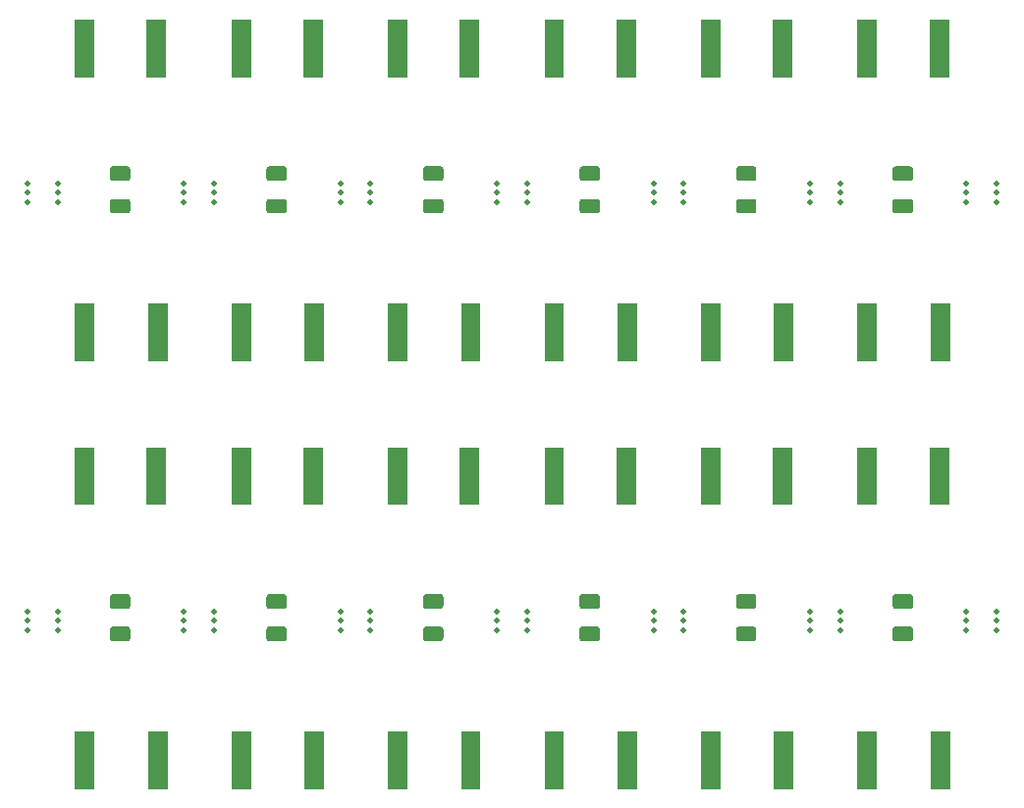
<source format=gbr>
G04 #@! TF.GenerationSoftware,KiCad,Pcbnew,(5.1.5)-3*
G04 #@! TF.CreationDate,2020-08-22T08:16:36+03:00*
G04 #@! TF.ProjectId,C5W LED series,43355720-4c45-4442-9073-65726965732e,rev?*
G04 #@! TF.SameCoordinates,Original*
G04 #@! TF.FileFunction,Soldermask,Bot*
G04 #@! TF.FilePolarity,Negative*
%FSLAX46Y46*%
G04 Gerber Fmt 4.6, Leading zero omitted, Abs format (unit mm)*
G04 Created by KiCad (PCBNEW (5.1.5)-3) date 2020-08-22 08:16:36*
%MOMM*%
%LPD*%
G04 APERTURE LIST*
%ADD10C,0.100000*%
%ADD11C,0.500000*%
G04 APERTURE END LIST*
D10*
G36*
X167200000Y-124650000D02*
G01*
X165600000Y-124650000D01*
X165600000Y-119750000D01*
X167200000Y-119750000D01*
X167200000Y-124650000D01*
G37*
X167200000Y-124650000D02*
X165600000Y-124650000D01*
X165600000Y-119750000D01*
X167200000Y-119750000D01*
X167200000Y-124650000D01*
G36*
X180700000Y-124650000D02*
G01*
X179100000Y-124650000D01*
X179100000Y-119750000D01*
X180700000Y-119750000D01*
X180700000Y-124650000D01*
G37*
X180700000Y-124650000D02*
X179100000Y-124650000D01*
X179100000Y-119750000D01*
X180700000Y-119750000D01*
X180700000Y-124650000D01*
G36*
X187900000Y-100150000D02*
G01*
X186300000Y-100150000D01*
X186300000Y-95250000D01*
X187900000Y-95250000D01*
X187900000Y-100150000D01*
G37*
X187900000Y-100150000D02*
X186300000Y-100150000D01*
X186300000Y-95250000D01*
X187900000Y-95250000D01*
X187900000Y-100150000D01*
G36*
X194100000Y-100150000D02*
G01*
X192500000Y-100150000D01*
X192500000Y-95250000D01*
X194100000Y-95250000D01*
X194100000Y-100150000D01*
G37*
X194100000Y-100150000D02*
X192500000Y-100150000D01*
X192500000Y-95250000D01*
X194100000Y-95250000D01*
X194100000Y-100150000D01*
G36*
X174400000Y-124650000D02*
G01*
X172800000Y-124650000D01*
X172800000Y-119750000D01*
X174400000Y-119750000D01*
X174400000Y-124650000D01*
G37*
X174400000Y-124650000D02*
X172800000Y-124650000D01*
X172800000Y-119750000D01*
X174400000Y-119750000D01*
X174400000Y-124650000D01*
G36*
X174400000Y-100150000D02*
G01*
X172800000Y-100150000D01*
X172800000Y-95250000D01*
X174400000Y-95250000D01*
X174400000Y-100150000D01*
G37*
X174400000Y-100150000D02*
X172800000Y-100150000D01*
X172800000Y-95250000D01*
X174400000Y-95250000D01*
X174400000Y-100150000D01*
G36*
X180600000Y-100150000D02*
G01*
X179000000Y-100150000D01*
X179000000Y-95250000D01*
X180600000Y-95250000D01*
X180600000Y-100150000D01*
G37*
X180600000Y-100150000D02*
X179000000Y-100150000D01*
X179000000Y-95250000D01*
X180600000Y-95250000D01*
X180600000Y-100150000D01*
G36*
X160900000Y-100150000D02*
G01*
X159300000Y-100150000D01*
X159300000Y-95250000D01*
X160900000Y-95250000D01*
X160900000Y-100150000D01*
G37*
X160900000Y-100150000D02*
X159300000Y-100150000D01*
X159300000Y-95250000D01*
X160900000Y-95250000D01*
X160900000Y-100150000D01*
G36*
X153700000Y-124650000D02*
G01*
X152100000Y-124650000D01*
X152100000Y-119750000D01*
X153700000Y-119750000D01*
X153700000Y-124650000D01*
G37*
X153700000Y-124650000D02*
X152100000Y-124650000D01*
X152100000Y-119750000D01*
X153700000Y-119750000D01*
X153700000Y-124650000D01*
G36*
X167100000Y-100150000D02*
G01*
X165500000Y-100150000D01*
X165500000Y-95250000D01*
X167100000Y-95250000D01*
X167100000Y-100150000D01*
G37*
X167100000Y-100150000D02*
X165500000Y-100150000D01*
X165500000Y-95250000D01*
X167100000Y-95250000D01*
X167100000Y-100150000D01*
G36*
X147400000Y-100150000D02*
G01*
X145800000Y-100150000D01*
X145800000Y-95250000D01*
X147400000Y-95250000D01*
X147400000Y-100150000D01*
G37*
X147400000Y-100150000D02*
X145800000Y-100150000D01*
X145800000Y-95250000D01*
X147400000Y-95250000D01*
X147400000Y-100150000D01*
G36*
X153600000Y-100150000D02*
G01*
X152000000Y-100150000D01*
X152000000Y-95250000D01*
X153600000Y-95250000D01*
X153600000Y-100150000D01*
G37*
X153600000Y-100150000D02*
X152000000Y-100150000D01*
X152000000Y-95250000D01*
X153600000Y-95250000D01*
X153600000Y-100150000D01*
G36*
X147400000Y-124650000D02*
G01*
X145800000Y-124650000D01*
X145800000Y-119750000D01*
X147400000Y-119750000D01*
X147400000Y-124650000D01*
G37*
X147400000Y-124650000D02*
X145800000Y-124650000D01*
X145800000Y-119750000D01*
X147400000Y-119750000D01*
X147400000Y-124650000D01*
G36*
X160900000Y-124650000D02*
G01*
X159300000Y-124650000D01*
X159300000Y-119750000D01*
X160900000Y-119750000D01*
X160900000Y-124650000D01*
G37*
X160900000Y-124650000D02*
X159300000Y-124650000D01*
X159300000Y-119750000D01*
X160900000Y-119750000D01*
X160900000Y-124650000D01*
G36*
X194200000Y-124650000D02*
G01*
X192600000Y-124650000D01*
X192600000Y-119750000D01*
X194200000Y-119750000D01*
X194200000Y-124650000D01*
G37*
X194200000Y-124650000D02*
X192600000Y-124650000D01*
X192600000Y-119750000D01*
X194200000Y-119750000D01*
X194200000Y-124650000D01*
G36*
X207600000Y-100150000D02*
G01*
X206000000Y-100150000D01*
X206000000Y-95250000D01*
X207600000Y-95250000D01*
X207600000Y-100150000D01*
G37*
X207600000Y-100150000D02*
X206000000Y-100150000D01*
X206000000Y-95250000D01*
X207600000Y-95250000D01*
X207600000Y-100150000D01*
G36*
X207700000Y-124650000D02*
G01*
X206100000Y-124650000D01*
X206100000Y-119750000D01*
X207700000Y-119750000D01*
X207700000Y-124650000D01*
G37*
X207700000Y-124650000D02*
X206100000Y-124650000D01*
X206100000Y-119750000D01*
X207700000Y-119750000D01*
X207700000Y-124650000D01*
G36*
X201400000Y-100150000D02*
G01*
X199800000Y-100150000D01*
X199800000Y-95250000D01*
X201400000Y-95250000D01*
X201400000Y-100150000D01*
G37*
X201400000Y-100150000D02*
X199800000Y-100150000D01*
X199800000Y-95250000D01*
X201400000Y-95250000D01*
X201400000Y-100150000D01*
G36*
X201400000Y-124650000D02*
G01*
X199800000Y-124650000D01*
X199800000Y-119750000D01*
X201400000Y-119750000D01*
X201400000Y-124650000D01*
G37*
X201400000Y-124650000D02*
X199800000Y-124650000D01*
X199800000Y-119750000D01*
X201400000Y-119750000D01*
X201400000Y-124650000D01*
G36*
X187900000Y-124650000D02*
G01*
X186300000Y-124650000D01*
X186300000Y-119750000D01*
X187900000Y-119750000D01*
X187900000Y-124650000D01*
G37*
X187900000Y-124650000D02*
X186300000Y-124650000D01*
X186300000Y-119750000D01*
X187900000Y-119750000D01*
X187900000Y-124650000D01*
G36*
X133900000Y-124650000D02*
G01*
X132300000Y-124650000D01*
X132300000Y-119750000D01*
X133900000Y-119750000D01*
X133900000Y-124650000D01*
G37*
X133900000Y-124650000D02*
X132300000Y-124650000D01*
X132300000Y-119750000D01*
X133900000Y-119750000D01*
X133900000Y-124650000D01*
G36*
X140200000Y-124650000D02*
G01*
X138600000Y-124650000D01*
X138600000Y-119750000D01*
X140200000Y-119750000D01*
X140200000Y-124650000D01*
G37*
X140200000Y-124650000D02*
X138600000Y-124650000D01*
X138600000Y-119750000D01*
X140200000Y-119750000D01*
X140200000Y-124650000D01*
G36*
X140100000Y-100150000D02*
G01*
X138500000Y-100150000D01*
X138500000Y-95250000D01*
X140100000Y-95250000D01*
X140100000Y-100150000D01*
G37*
X140100000Y-100150000D02*
X138500000Y-100150000D01*
X138500000Y-95250000D01*
X140100000Y-95250000D01*
X140100000Y-100150000D01*
G36*
X133900000Y-100150000D02*
G01*
X132300000Y-100150000D01*
X132300000Y-95250000D01*
X133900000Y-95250000D01*
X133900000Y-100150000D01*
G37*
X133900000Y-100150000D02*
X132300000Y-100150000D01*
X132300000Y-95250000D01*
X133900000Y-95250000D01*
X133900000Y-100150000D01*
G36*
X201400000Y-63250000D02*
G01*
X199800000Y-63250000D01*
X199800000Y-58350000D01*
X201400000Y-58350000D01*
X201400000Y-63250000D01*
G37*
X201400000Y-63250000D02*
X199800000Y-63250000D01*
X199800000Y-58350000D01*
X201400000Y-58350000D01*
X201400000Y-63250000D01*
G36*
X207600000Y-63250000D02*
G01*
X206000000Y-63250000D01*
X206000000Y-58350000D01*
X207600000Y-58350000D01*
X207600000Y-63250000D01*
G37*
X207600000Y-63250000D02*
X206000000Y-63250000D01*
X206000000Y-58350000D01*
X207600000Y-58350000D01*
X207600000Y-63250000D01*
G36*
X207700000Y-87750000D02*
G01*
X206100000Y-87750000D01*
X206100000Y-82850000D01*
X207700000Y-82850000D01*
X207700000Y-87750000D01*
G37*
X207700000Y-87750000D02*
X206100000Y-87750000D01*
X206100000Y-82850000D01*
X207700000Y-82850000D01*
X207700000Y-87750000D01*
G36*
X201400000Y-87750000D02*
G01*
X199800000Y-87750000D01*
X199800000Y-82850000D01*
X201400000Y-82850000D01*
X201400000Y-87750000D01*
G37*
X201400000Y-87750000D02*
X199800000Y-87750000D01*
X199800000Y-82850000D01*
X201400000Y-82850000D01*
X201400000Y-87750000D01*
G36*
X194200000Y-87750000D02*
G01*
X192600000Y-87750000D01*
X192600000Y-82850000D01*
X194200000Y-82850000D01*
X194200000Y-87750000D01*
G37*
X194200000Y-87750000D02*
X192600000Y-87750000D01*
X192600000Y-82850000D01*
X194200000Y-82850000D01*
X194200000Y-87750000D01*
G36*
X187900000Y-87750000D02*
G01*
X186300000Y-87750000D01*
X186300000Y-82850000D01*
X187900000Y-82850000D01*
X187900000Y-87750000D01*
G37*
X187900000Y-87750000D02*
X186300000Y-87750000D01*
X186300000Y-82850000D01*
X187900000Y-82850000D01*
X187900000Y-87750000D01*
G36*
X187900000Y-63250000D02*
G01*
X186300000Y-63250000D01*
X186300000Y-58350000D01*
X187900000Y-58350000D01*
X187900000Y-63250000D01*
G37*
X187900000Y-63250000D02*
X186300000Y-63250000D01*
X186300000Y-58350000D01*
X187900000Y-58350000D01*
X187900000Y-63250000D01*
G36*
X194100000Y-63250000D02*
G01*
X192500000Y-63250000D01*
X192500000Y-58350000D01*
X194100000Y-58350000D01*
X194100000Y-63250000D01*
G37*
X194100000Y-63250000D02*
X192500000Y-63250000D01*
X192500000Y-58350000D01*
X194100000Y-58350000D01*
X194100000Y-63250000D01*
G36*
X180700000Y-87750000D02*
G01*
X179100000Y-87750000D01*
X179100000Y-82850000D01*
X180700000Y-82850000D01*
X180700000Y-87750000D01*
G37*
X180700000Y-87750000D02*
X179100000Y-87750000D01*
X179100000Y-82850000D01*
X180700000Y-82850000D01*
X180700000Y-87750000D01*
G36*
X174400000Y-63250000D02*
G01*
X172800000Y-63250000D01*
X172800000Y-58350000D01*
X174400000Y-58350000D01*
X174400000Y-63250000D01*
G37*
X174400000Y-63250000D02*
X172800000Y-63250000D01*
X172800000Y-58350000D01*
X174400000Y-58350000D01*
X174400000Y-63250000D01*
G36*
X180600000Y-63250000D02*
G01*
X179000000Y-63250000D01*
X179000000Y-58350000D01*
X180600000Y-58350000D01*
X180600000Y-63250000D01*
G37*
X180600000Y-63250000D02*
X179000000Y-63250000D01*
X179000000Y-58350000D01*
X180600000Y-58350000D01*
X180600000Y-63250000D01*
G36*
X174400000Y-87750000D02*
G01*
X172800000Y-87750000D01*
X172800000Y-82850000D01*
X174400000Y-82850000D01*
X174400000Y-87750000D01*
G37*
X174400000Y-87750000D02*
X172800000Y-87750000D01*
X172800000Y-82850000D01*
X174400000Y-82850000D01*
X174400000Y-87750000D01*
G36*
X167200000Y-87750000D02*
G01*
X165600000Y-87750000D01*
X165600000Y-82850000D01*
X167200000Y-82850000D01*
X167200000Y-87750000D01*
G37*
X167200000Y-87750000D02*
X165600000Y-87750000D01*
X165600000Y-82850000D01*
X167200000Y-82850000D01*
X167200000Y-87750000D01*
G36*
X160900000Y-63250000D02*
G01*
X159300000Y-63250000D01*
X159300000Y-58350000D01*
X160900000Y-58350000D01*
X160900000Y-63250000D01*
G37*
X160900000Y-63250000D02*
X159300000Y-63250000D01*
X159300000Y-58350000D01*
X160900000Y-58350000D01*
X160900000Y-63250000D01*
G36*
X167100000Y-63250000D02*
G01*
X165500000Y-63250000D01*
X165500000Y-58350000D01*
X167100000Y-58350000D01*
X167100000Y-63250000D01*
G37*
X167100000Y-63250000D02*
X165500000Y-63250000D01*
X165500000Y-58350000D01*
X167100000Y-58350000D01*
X167100000Y-63250000D01*
G36*
X160900000Y-87750000D02*
G01*
X159300000Y-87750000D01*
X159300000Y-82850000D01*
X160900000Y-82850000D01*
X160900000Y-87750000D01*
G37*
X160900000Y-87750000D02*
X159300000Y-87750000D01*
X159300000Y-82850000D01*
X160900000Y-82850000D01*
X160900000Y-87750000D01*
G36*
X147400000Y-87750000D02*
G01*
X145800000Y-87750000D01*
X145800000Y-82850000D01*
X147400000Y-82850000D01*
X147400000Y-87750000D01*
G37*
X147400000Y-87750000D02*
X145800000Y-87750000D01*
X145800000Y-82850000D01*
X147400000Y-82850000D01*
X147400000Y-87750000D01*
G36*
X153700000Y-87750000D02*
G01*
X152100000Y-87750000D01*
X152100000Y-82850000D01*
X153700000Y-82850000D01*
X153700000Y-87750000D01*
G37*
X153700000Y-87750000D02*
X152100000Y-87750000D01*
X152100000Y-82850000D01*
X153700000Y-82850000D01*
X153700000Y-87750000D01*
G36*
X153600000Y-63250000D02*
G01*
X152000000Y-63250000D01*
X152000000Y-58350000D01*
X153600000Y-58350000D01*
X153600000Y-63250000D01*
G37*
X153600000Y-63250000D02*
X152000000Y-63250000D01*
X152000000Y-58350000D01*
X153600000Y-58350000D01*
X153600000Y-63250000D01*
G36*
X147400000Y-63250000D02*
G01*
X145800000Y-63250000D01*
X145800000Y-58350000D01*
X147400000Y-58350000D01*
X147400000Y-63250000D01*
G37*
X147400000Y-63250000D02*
X145800000Y-63250000D01*
X145800000Y-58350000D01*
X147400000Y-58350000D01*
X147400000Y-63250000D01*
G36*
X140200000Y-87750000D02*
G01*
X138600000Y-87750000D01*
X138600000Y-82850000D01*
X140200000Y-82850000D01*
X140200000Y-87750000D01*
G37*
X140200000Y-87750000D02*
X138600000Y-87750000D01*
X138600000Y-82850000D01*
X140200000Y-82850000D01*
X140200000Y-87750000D01*
G36*
X133900000Y-87750000D02*
G01*
X132300000Y-87750000D01*
X132300000Y-82850000D01*
X133900000Y-82850000D01*
X133900000Y-87750000D01*
G37*
X133900000Y-87750000D02*
X132300000Y-87750000D01*
X132300000Y-82850000D01*
X133900000Y-82850000D01*
X133900000Y-87750000D01*
G36*
X133900000Y-63250000D02*
G01*
X132300000Y-63250000D01*
X132300000Y-58350000D01*
X133900000Y-58350000D01*
X133900000Y-63250000D01*
G37*
X133900000Y-63250000D02*
X132300000Y-63250000D01*
X132300000Y-58350000D01*
X133900000Y-58350000D01*
X133900000Y-63250000D01*
G36*
X140100000Y-63250000D02*
G01*
X138500000Y-63250000D01*
X138500000Y-58350000D01*
X140100000Y-58350000D01*
X140100000Y-63250000D01*
G37*
X140100000Y-63250000D02*
X138500000Y-63250000D01*
X138500000Y-58350000D01*
X140100000Y-58350000D01*
X140100000Y-63250000D01*
D11*
X209200000Y-110200000D03*
X209200000Y-109400000D03*
X209200000Y-111000000D03*
X211800000Y-110200000D03*
X211800000Y-109400000D03*
X211800000Y-111000000D03*
X155200000Y-110200000D03*
X155200000Y-109400000D03*
X155200000Y-111000000D03*
X157800000Y-110200000D03*
X157800000Y-109400000D03*
X157800000Y-111000000D03*
X144300000Y-111000000D03*
X144300000Y-109400000D03*
X144300000Y-110200000D03*
X141700000Y-111000000D03*
X141700000Y-109400000D03*
X141700000Y-110200000D03*
D10*
G36*
X163849504Y-107926204D02*
G01*
X163873773Y-107929804D01*
X163897571Y-107935765D01*
X163920671Y-107944030D01*
X163942849Y-107954520D01*
X163963893Y-107967133D01*
X163983598Y-107981747D01*
X164001777Y-107998223D01*
X164018253Y-108016402D01*
X164032867Y-108036107D01*
X164045480Y-108057151D01*
X164055970Y-108079329D01*
X164064235Y-108102429D01*
X164070196Y-108126227D01*
X164073796Y-108150496D01*
X164075000Y-108175000D01*
X164075000Y-108925000D01*
X164073796Y-108949504D01*
X164070196Y-108973773D01*
X164064235Y-108997571D01*
X164055970Y-109020671D01*
X164045480Y-109042849D01*
X164032867Y-109063893D01*
X164018253Y-109083598D01*
X164001777Y-109101777D01*
X163983598Y-109118253D01*
X163963893Y-109132867D01*
X163942849Y-109145480D01*
X163920671Y-109155970D01*
X163897571Y-109164235D01*
X163873773Y-109170196D01*
X163849504Y-109173796D01*
X163825000Y-109175000D01*
X162575000Y-109175000D01*
X162550496Y-109173796D01*
X162526227Y-109170196D01*
X162502429Y-109164235D01*
X162479329Y-109155970D01*
X162457151Y-109145480D01*
X162436107Y-109132867D01*
X162416402Y-109118253D01*
X162398223Y-109101777D01*
X162381747Y-109083598D01*
X162367133Y-109063893D01*
X162354520Y-109042849D01*
X162344030Y-109020671D01*
X162335765Y-108997571D01*
X162329804Y-108973773D01*
X162326204Y-108949504D01*
X162325000Y-108925000D01*
X162325000Y-108175000D01*
X162326204Y-108150496D01*
X162329804Y-108126227D01*
X162335765Y-108102429D01*
X162344030Y-108079329D01*
X162354520Y-108057151D01*
X162367133Y-108036107D01*
X162381747Y-108016402D01*
X162398223Y-107998223D01*
X162416402Y-107981747D01*
X162436107Y-107967133D01*
X162457151Y-107954520D01*
X162479329Y-107944030D01*
X162502429Y-107935765D01*
X162526227Y-107929804D01*
X162550496Y-107926204D01*
X162575000Y-107925000D01*
X163825000Y-107925000D01*
X163849504Y-107926204D01*
G37*
G36*
X163849504Y-110726204D02*
G01*
X163873773Y-110729804D01*
X163897571Y-110735765D01*
X163920671Y-110744030D01*
X163942849Y-110754520D01*
X163963893Y-110767133D01*
X163983598Y-110781747D01*
X164001777Y-110798223D01*
X164018253Y-110816402D01*
X164032867Y-110836107D01*
X164045480Y-110857151D01*
X164055970Y-110879329D01*
X164064235Y-110902429D01*
X164070196Y-110926227D01*
X164073796Y-110950496D01*
X164075000Y-110975000D01*
X164075000Y-111725000D01*
X164073796Y-111749504D01*
X164070196Y-111773773D01*
X164064235Y-111797571D01*
X164055970Y-111820671D01*
X164045480Y-111842849D01*
X164032867Y-111863893D01*
X164018253Y-111883598D01*
X164001777Y-111901777D01*
X163983598Y-111918253D01*
X163963893Y-111932867D01*
X163942849Y-111945480D01*
X163920671Y-111955970D01*
X163897571Y-111964235D01*
X163873773Y-111970196D01*
X163849504Y-111973796D01*
X163825000Y-111975000D01*
X162575000Y-111975000D01*
X162550496Y-111973796D01*
X162526227Y-111970196D01*
X162502429Y-111964235D01*
X162479329Y-111955970D01*
X162457151Y-111945480D01*
X162436107Y-111932867D01*
X162416402Y-111918253D01*
X162398223Y-111901777D01*
X162381747Y-111883598D01*
X162367133Y-111863893D01*
X162354520Y-111842849D01*
X162344030Y-111820671D01*
X162335765Y-111797571D01*
X162329804Y-111773773D01*
X162326204Y-111749504D01*
X162325000Y-111725000D01*
X162325000Y-110975000D01*
X162326204Y-110950496D01*
X162329804Y-110926227D01*
X162335765Y-110902429D01*
X162344030Y-110879329D01*
X162354520Y-110857151D01*
X162367133Y-110836107D01*
X162381747Y-110816402D01*
X162398223Y-110798223D01*
X162416402Y-110781747D01*
X162436107Y-110767133D01*
X162457151Y-110754520D01*
X162479329Y-110744030D01*
X162502429Y-110735765D01*
X162526227Y-110729804D01*
X162550496Y-110726204D01*
X162575000Y-110725000D01*
X163825000Y-110725000D01*
X163849504Y-110726204D01*
G37*
D11*
X171300000Y-111000000D03*
X171300000Y-109400000D03*
X171300000Y-110200000D03*
X168700000Y-111000000D03*
X168700000Y-109400000D03*
X168700000Y-110200000D03*
D10*
G36*
X150349504Y-110726204D02*
G01*
X150373773Y-110729804D01*
X150397571Y-110735765D01*
X150420671Y-110744030D01*
X150442849Y-110754520D01*
X150463893Y-110767133D01*
X150483598Y-110781747D01*
X150501777Y-110798223D01*
X150518253Y-110816402D01*
X150532867Y-110836107D01*
X150545480Y-110857151D01*
X150555970Y-110879329D01*
X150564235Y-110902429D01*
X150570196Y-110926227D01*
X150573796Y-110950496D01*
X150575000Y-110975000D01*
X150575000Y-111725000D01*
X150573796Y-111749504D01*
X150570196Y-111773773D01*
X150564235Y-111797571D01*
X150555970Y-111820671D01*
X150545480Y-111842849D01*
X150532867Y-111863893D01*
X150518253Y-111883598D01*
X150501777Y-111901777D01*
X150483598Y-111918253D01*
X150463893Y-111932867D01*
X150442849Y-111945480D01*
X150420671Y-111955970D01*
X150397571Y-111964235D01*
X150373773Y-111970196D01*
X150349504Y-111973796D01*
X150325000Y-111975000D01*
X149075000Y-111975000D01*
X149050496Y-111973796D01*
X149026227Y-111970196D01*
X149002429Y-111964235D01*
X148979329Y-111955970D01*
X148957151Y-111945480D01*
X148936107Y-111932867D01*
X148916402Y-111918253D01*
X148898223Y-111901777D01*
X148881747Y-111883598D01*
X148867133Y-111863893D01*
X148854520Y-111842849D01*
X148844030Y-111820671D01*
X148835765Y-111797571D01*
X148829804Y-111773773D01*
X148826204Y-111749504D01*
X148825000Y-111725000D01*
X148825000Y-110975000D01*
X148826204Y-110950496D01*
X148829804Y-110926227D01*
X148835765Y-110902429D01*
X148844030Y-110879329D01*
X148854520Y-110857151D01*
X148867133Y-110836107D01*
X148881747Y-110816402D01*
X148898223Y-110798223D01*
X148916402Y-110781747D01*
X148936107Y-110767133D01*
X148957151Y-110754520D01*
X148979329Y-110744030D01*
X149002429Y-110735765D01*
X149026227Y-110729804D01*
X149050496Y-110726204D01*
X149075000Y-110725000D01*
X150325000Y-110725000D01*
X150349504Y-110726204D01*
G37*
G36*
X150349504Y-107926204D02*
G01*
X150373773Y-107929804D01*
X150397571Y-107935765D01*
X150420671Y-107944030D01*
X150442849Y-107954520D01*
X150463893Y-107967133D01*
X150483598Y-107981747D01*
X150501777Y-107998223D01*
X150518253Y-108016402D01*
X150532867Y-108036107D01*
X150545480Y-108057151D01*
X150555970Y-108079329D01*
X150564235Y-108102429D01*
X150570196Y-108126227D01*
X150573796Y-108150496D01*
X150575000Y-108175000D01*
X150575000Y-108925000D01*
X150573796Y-108949504D01*
X150570196Y-108973773D01*
X150564235Y-108997571D01*
X150555970Y-109020671D01*
X150545480Y-109042849D01*
X150532867Y-109063893D01*
X150518253Y-109083598D01*
X150501777Y-109101777D01*
X150483598Y-109118253D01*
X150463893Y-109132867D01*
X150442849Y-109145480D01*
X150420671Y-109155970D01*
X150397571Y-109164235D01*
X150373773Y-109170196D01*
X150349504Y-109173796D01*
X150325000Y-109175000D01*
X149075000Y-109175000D01*
X149050496Y-109173796D01*
X149026227Y-109170196D01*
X149002429Y-109164235D01*
X148979329Y-109155970D01*
X148957151Y-109145480D01*
X148936107Y-109132867D01*
X148916402Y-109118253D01*
X148898223Y-109101777D01*
X148881747Y-109083598D01*
X148867133Y-109063893D01*
X148854520Y-109042849D01*
X148844030Y-109020671D01*
X148835765Y-108997571D01*
X148829804Y-108973773D01*
X148826204Y-108949504D01*
X148825000Y-108925000D01*
X148825000Y-108175000D01*
X148826204Y-108150496D01*
X148829804Y-108126227D01*
X148835765Y-108102429D01*
X148844030Y-108079329D01*
X148854520Y-108057151D01*
X148867133Y-108036107D01*
X148881747Y-108016402D01*
X148898223Y-107998223D01*
X148916402Y-107981747D01*
X148936107Y-107967133D01*
X148957151Y-107954520D01*
X148979329Y-107944030D01*
X149002429Y-107935765D01*
X149026227Y-107929804D01*
X149050496Y-107926204D01*
X149075000Y-107925000D01*
X150325000Y-107925000D01*
X150349504Y-107926204D01*
G37*
D11*
X198300000Y-111000000D03*
X198300000Y-109400000D03*
X198300000Y-110200000D03*
X195700000Y-111000000D03*
X195700000Y-109400000D03*
X195700000Y-110200000D03*
D10*
G36*
X190849504Y-107926204D02*
G01*
X190873773Y-107929804D01*
X190897571Y-107935765D01*
X190920671Y-107944030D01*
X190942849Y-107954520D01*
X190963893Y-107967133D01*
X190983598Y-107981747D01*
X191001777Y-107998223D01*
X191018253Y-108016402D01*
X191032867Y-108036107D01*
X191045480Y-108057151D01*
X191055970Y-108079329D01*
X191064235Y-108102429D01*
X191070196Y-108126227D01*
X191073796Y-108150496D01*
X191075000Y-108175000D01*
X191075000Y-108925000D01*
X191073796Y-108949504D01*
X191070196Y-108973773D01*
X191064235Y-108997571D01*
X191055970Y-109020671D01*
X191045480Y-109042849D01*
X191032867Y-109063893D01*
X191018253Y-109083598D01*
X191001777Y-109101777D01*
X190983598Y-109118253D01*
X190963893Y-109132867D01*
X190942849Y-109145480D01*
X190920671Y-109155970D01*
X190897571Y-109164235D01*
X190873773Y-109170196D01*
X190849504Y-109173796D01*
X190825000Y-109175000D01*
X189575000Y-109175000D01*
X189550496Y-109173796D01*
X189526227Y-109170196D01*
X189502429Y-109164235D01*
X189479329Y-109155970D01*
X189457151Y-109145480D01*
X189436107Y-109132867D01*
X189416402Y-109118253D01*
X189398223Y-109101777D01*
X189381747Y-109083598D01*
X189367133Y-109063893D01*
X189354520Y-109042849D01*
X189344030Y-109020671D01*
X189335765Y-108997571D01*
X189329804Y-108973773D01*
X189326204Y-108949504D01*
X189325000Y-108925000D01*
X189325000Y-108175000D01*
X189326204Y-108150496D01*
X189329804Y-108126227D01*
X189335765Y-108102429D01*
X189344030Y-108079329D01*
X189354520Y-108057151D01*
X189367133Y-108036107D01*
X189381747Y-108016402D01*
X189398223Y-107998223D01*
X189416402Y-107981747D01*
X189436107Y-107967133D01*
X189457151Y-107954520D01*
X189479329Y-107944030D01*
X189502429Y-107935765D01*
X189526227Y-107929804D01*
X189550496Y-107926204D01*
X189575000Y-107925000D01*
X190825000Y-107925000D01*
X190849504Y-107926204D01*
G37*
G36*
X190849504Y-110726204D02*
G01*
X190873773Y-110729804D01*
X190897571Y-110735765D01*
X190920671Y-110744030D01*
X190942849Y-110754520D01*
X190963893Y-110767133D01*
X190983598Y-110781747D01*
X191001777Y-110798223D01*
X191018253Y-110816402D01*
X191032867Y-110836107D01*
X191045480Y-110857151D01*
X191055970Y-110879329D01*
X191064235Y-110902429D01*
X191070196Y-110926227D01*
X191073796Y-110950496D01*
X191075000Y-110975000D01*
X191075000Y-111725000D01*
X191073796Y-111749504D01*
X191070196Y-111773773D01*
X191064235Y-111797571D01*
X191055970Y-111820671D01*
X191045480Y-111842849D01*
X191032867Y-111863893D01*
X191018253Y-111883598D01*
X191001777Y-111901777D01*
X190983598Y-111918253D01*
X190963893Y-111932867D01*
X190942849Y-111945480D01*
X190920671Y-111955970D01*
X190897571Y-111964235D01*
X190873773Y-111970196D01*
X190849504Y-111973796D01*
X190825000Y-111975000D01*
X189575000Y-111975000D01*
X189550496Y-111973796D01*
X189526227Y-111970196D01*
X189502429Y-111964235D01*
X189479329Y-111955970D01*
X189457151Y-111945480D01*
X189436107Y-111932867D01*
X189416402Y-111918253D01*
X189398223Y-111901777D01*
X189381747Y-111883598D01*
X189367133Y-111863893D01*
X189354520Y-111842849D01*
X189344030Y-111820671D01*
X189335765Y-111797571D01*
X189329804Y-111773773D01*
X189326204Y-111749504D01*
X189325000Y-111725000D01*
X189325000Y-110975000D01*
X189326204Y-110950496D01*
X189329804Y-110926227D01*
X189335765Y-110902429D01*
X189344030Y-110879329D01*
X189354520Y-110857151D01*
X189367133Y-110836107D01*
X189381747Y-110816402D01*
X189398223Y-110798223D01*
X189416402Y-110781747D01*
X189436107Y-110767133D01*
X189457151Y-110754520D01*
X189479329Y-110744030D01*
X189502429Y-110735765D01*
X189526227Y-110729804D01*
X189550496Y-110726204D01*
X189575000Y-110725000D01*
X190825000Y-110725000D01*
X190849504Y-110726204D01*
G37*
G36*
X204349504Y-110726204D02*
G01*
X204373773Y-110729804D01*
X204397571Y-110735765D01*
X204420671Y-110744030D01*
X204442849Y-110754520D01*
X204463893Y-110767133D01*
X204483598Y-110781747D01*
X204501777Y-110798223D01*
X204518253Y-110816402D01*
X204532867Y-110836107D01*
X204545480Y-110857151D01*
X204555970Y-110879329D01*
X204564235Y-110902429D01*
X204570196Y-110926227D01*
X204573796Y-110950496D01*
X204575000Y-110975000D01*
X204575000Y-111725000D01*
X204573796Y-111749504D01*
X204570196Y-111773773D01*
X204564235Y-111797571D01*
X204555970Y-111820671D01*
X204545480Y-111842849D01*
X204532867Y-111863893D01*
X204518253Y-111883598D01*
X204501777Y-111901777D01*
X204483598Y-111918253D01*
X204463893Y-111932867D01*
X204442849Y-111945480D01*
X204420671Y-111955970D01*
X204397571Y-111964235D01*
X204373773Y-111970196D01*
X204349504Y-111973796D01*
X204325000Y-111975000D01*
X203075000Y-111975000D01*
X203050496Y-111973796D01*
X203026227Y-111970196D01*
X203002429Y-111964235D01*
X202979329Y-111955970D01*
X202957151Y-111945480D01*
X202936107Y-111932867D01*
X202916402Y-111918253D01*
X202898223Y-111901777D01*
X202881747Y-111883598D01*
X202867133Y-111863893D01*
X202854520Y-111842849D01*
X202844030Y-111820671D01*
X202835765Y-111797571D01*
X202829804Y-111773773D01*
X202826204Y-111749504D01*
X202825000Y-111725000D01*
X202825000Y-110975000D01*
X202826204Y-110950496D01*
X202829804Y-110926227D01*
X202835765Y-110902429D01*
X202844030Y-110879329D01*
X202854520Y-110857151D01*
X202867133Y-110836107D01*
X202881747Y-110816402D01*
X202898223Y-110798223D01*
X202916402Y-110781747D01*
X202936107Y-110767133D01*
X202957151Y-110754520D01*
X202979329Y-110744030D01*
X203002429Y-110735765D01*
X203026227Y-110729804D01*
X203050496Y-110726204D01*
X203075000Y-110725000D01*
X204325000Y-110725000D01*
X204349504Y-110726204D01*
G37*
G36*
X204349504Y-107926204D02*
G01*
X204373773Y-107929804D01*
X204397571Y-107935765D01*
X204420671Y-107944030D01*
X204442849Y-107954520D01*
X204463893Y-107967133D01*
X204483598Y-107981747D01*
X204501777Y-107998223D01*
X204518253Y-108016402D01*
X204532867Y-108036107D01*
X204545480Y-108057151D01*
X204555970Y-108079329D01*
X204564235Y-108102429D01*
X204570196Y-108126227D01*
X204573796Y-108150496D01*
X204575000Y-108175000D01*
X204575000Y-108925000D01*
X204573796Y-108949504D01*
X204570196Y-108973773D01*
X204564235Y-108997571D01*
X204555970Y-109020671D01*
X204545480Y-109042849D01*
X204532867Y-109063893D01*
X204518253Y-109083598D01*
X204501777Y-109101777D01*
X204483598Y-109118253D01*
X204463893Y-109132867D01*
X204442849Y-109145480D01*
X204420671Y-109155970D01*
X204397571Y-109164235D01*
X204373773Y-109170196D01*
X204349504Y-109173796D01*
X204325000Y-109175000D01*
X203075000Y-109175000D01*
X203050496Y-109173796D01*
X203026227Y-109170196D01*
X203002429Y-109164235D01*
X202979329Y-109155970D01*
X202957151Y-109145480D01*
X202936107Y-109132867D01*
X202916402Y-109118253D01*
X202898223Y-109101777D01*
X202881747Y-109083598D01*
X202867133Y-109063893D01*
X202854520Y-109042849D01*
X202844030Y-109020671D01*
X202835765Y-108997571D01*
X202829804Y-108973773D01*
X202826204Y-108949504D01*
X202825000Y-108925000D01*
X202825000Y-108175000D01*
X202826204Y-108150496D01*
X202829804Y-108126227D01*
X202835765Y-108102429D01*
X202844030Y-108079329D01*
X202854520Y-108057151D01*
X202867133Y-108036107D01*
X202881747Y-108016402D01*
X202898223Y-107998223D01*
X202916402Y-107981747D01*
X202936107Y-107967133D01*
X202957151Y-107954520D01*
X202979329Y-107944030D01*
X203002429Y-107935765D01*
X203026227Y-107929804D01*
X203050496Y-107926204D01*
X203075000Y-107925000D01*
X204325000Y-107925000D01*
X204349504Y-107926204D01*
G37*
D11*
X128200000Y-110200000D03*
X128200000Y-109400000D03*
X128200000Y-111000000D03*
X130800000Y-110200000D03*
X130800000Y-109400000D03*
X130800000Y-111000000D03*
D10*
G36*
X177349504Y-110726204D02*
G01*
X177373773Y-110729804D01*
X177397571Y-110735765D01*
X177420671Y-110744030D01*
X177442849Y-110754520D01*
X177463893Y-110767133D01*
X177483598Y-110781747D01*
X177501777Y-110798223D01*
X177518253Y-110816402D01*
X177532867Y-110836107D01*
X177545480Y-110857151D01*
X177555970Y-110879329D01*
X177564235Y-110902429D01*
X177570196Y-110926227D01*
X177573796Y-110950496D01*
X177575000Y-110975000D01*
X177575000Y-111725000D01*
X177573796Y-111749504D01*
X177570196Y-111773773D01*
X177564235Y-111797571D01*
X177555970Y-111820671D01*
X177545480Y-111842849D01*
X177532867Y-111863893D01*
X177518253Y-111883598D01*
X177501777Y-111901777D01*
X177483598Y-111918253D01*
X177463893Y-111932867D01*
X177442849Y-111945480D01*
X177420671Y-111955970D01*
X177397571Y-111964235D01*
X177373773Y-111970196D01*
X177349504Y-111973796D01*
X177325000Y-111975000D01*
X176075000Y-111975000D01*
X176050496Y-111973796D01*
X176026227Y-111970196D01*
X176002429Y-111964235D01*
X175979329Y-111955970D01*
X175957151Y-111945480D01*
X175936107Y-111932867D01*
X175916402Y-111918253D01*
X175898223Y-111901777D01*
X175881747Y-111883598D01*
X175867133Y-111863893D01*
X175854520Y-111842849D01*
X175844030Y-111820671D01*
X175835765Y-111797571D01*
X175829804Y-111773773D01*
X175826204Y-111749504D01*
X175825000Y-111725000D01*
X175825000Y-110975000D01*
X175826204Y-110950496D01*
X175829804Y-110926227D01*
X175835765Y-110902429D01*
X175844030Y-110879329D01*
X175854520Y-110857151D01*
X175867133Y-110836107D01*
X175881747Y-110816402D01*
X175898223Y-110798223D01*
X175916402Y-110781747D01*
X175936107Y-110767133D01*
X175957151Y-110754520D01*
X175979329Y-110744030D01*
X176002429Y-110735765D01*
X176026227Y-110729804D01*
X176050496Y-110726204D01*
X176075000Y-110725000D01*
X177325000Y-110725000D01*
X177349504Y-110726204D01*
G37*
G36*
X177349504Y-107926204D02*
G01*
X177373773Y-107929804D01*
X177397571Y-107935765D01*
X177420671Y-107944030D01*
X177442849Y-107954520D01*
X177463893Y-107967133D01*
X177483598Y-107981747D01*
X177501777Y-107998223D01*
X177518253Y-108016402D01*
X177532867Y-108036107D01*
X177545480Y-108057151D01*
X177555970Y-108079329D01*
X177564235Y-108102429D01*
X177570196Y-108126227D01*
X177573796Y-108150496D01*
X177575000Y-108175000D01*
X177575000Y-108925000D01*
X177573796Y-108949504D01*
X177570196Y-108973773D01*
X177564235Y-108997571D01*
X177555970Y-109020671D01*
X177545480Y-109042849D01*
X177532867Y-109063893D01*
X177518253Y-109083598D01*
X177501777Y-109101777D01*
X177483598Y-109118253D01*
X177463893Y-109132867D01*
X177442849Y-109145480D01*
X177420671Y-109155970D01*
X177397571Y-109164235D01*
X177373773Y-109170196D01*
X177349504Y-109173796D01*
X177325000Y-109175000D01*
X176075000Y-109175000D01*
X176050496Y-109173796D01*
X176026227Y-109170196D01*
X176002429Y-109164235D01*
X175979329Y-109155970D01*
X175957151Y-109145480D01*
X175936107Y-109132867D01*
X175916402Y-109118253D01*
X175898223Y-109101777D01*
X175881747Y-109083598D01*
X175867133Y-109063893D01*
X175854520Y-109042849D01*
X175844030Y-109020671D01*
X175835765Y-108997571D01*
X175829804Y-108973773D01*
X175826204Y-108949504D01*
X175825000Y-108925000D01*
X175825000Y-108175000D01*
X175826204Y-108150496D01*
X175829804Y-108126227D01*
X175835765Y-108102429D01*
X175844030Y-108079329D01*
X175854520Y-108057151D01*
X175867133Y-108036107D01*
X175881747Y-108016402D01*
X175898223Y-107998223D01*
X175916402Y-107981747D01*
X175936107Y-107967133D01*
X175957151Y-107954520D01*
X175979329Y-107944030D01*
X176002429Y-107935765D01*
X176026227Y-107929804D01*
X176050496Y-107926204D01*
X176075000Y-107925000D01*
X177325000Y-107925000D01*
X177349504Y-107926204D01*
G37*
D11*
X182200000Y-110200000D03*
X182200000Y-109400000D03*
X182200000Y-111000000D03*
X184800000Y-110200000D03*
X184800000Y-109400000D03*
X184800000Y-111000000D03*
D10*
G36*
X136849504Y-107926204D02*
G01*
X136873773Y-107929804D01*
X136897571Y-107935765D01*
X136920671Y-107944030D01*
X136942849Y-107954520D01*
X136963893Y-107967133D01*
X136983598Y-107981747D01*
X137001777Y-107998223D01*
X137018253Y-108016402D01*
X137032867Y-108036107D01*
X137045480Y-108057151D01*
X137055970Y-108079329D01*
X137064235Y-108102429D01*
X137070196Y-108126227D01*
X137073796Y-108150496D01*
X137075000Y-108175000D01*
X137075000Y-108925000D01*
X137073796Y-108949504D01*
X137070196Y-108973773D01*
X137064235Y-108997571D01*
X137055970Y-109020671D01*
X137045480Y-109042849D01*
X137032867Y-109063893D01*
X137018253Y-109083598D01*
X137001777Y-109101777D01*
X136983598Y-109118253D01*
X136963893Y-109132867D01*
X136942849Y-109145480D01*
X136920671Y-109155970D01*
X136897571Y-109164235D01*
X136873773Y-109170196D01*
X136849504Y-109173796D01*
X136825000Y-109175000D01*
X135575000Y-109175000D01*
X135550496Y-109173796D01*
X135526227Y-109170196D01*
X135502429Y-109164235D01*
X135479329Y-109155970D01*
X135457151Y-109145480D01*
X135436107Y-109132867D01*
X135416402Y-109118253D01*
X135398223Y-109101777D01*
X135381747Y-109083598D01*
X135367133Y-109063893D01*
X135354520Y-109042849D01*
X135344030Y-109020671D01*
X135335765Y-108997571D01*
X135329804Y-108973773D01*
X135326204Y-108949504D01*
X135325000Y-108925000D01*
X135325000Y-108175000D01*
X135326204Y-108150496D01*
X135329804Y-108126227D01*
X135335765Y-108102429D01*
X135344030Y-108079329D01*
X135354520Y-108057151D01*
X135367133Y-108036107D01*
X135381747Y-108016402D01*
X135398223Y-107998223D01*
X135416402Y-107981747D01*
X135436107Y-107967133D01*
X135457151Y-107954520D01*
X135479329Y-107944030D01*
X135502429Y-107935765D01*
X135526227Y-107929804D01*
X135550496Y-107926204D01*
X135575000Y-107925000D01*
X136825000Y-107925000D01*
X136849504Y-107926204D01*
G37*
G36*
X136849504Y-110726204D02*
G01*
X136873773Y-110729804D01*
X136897571Y-110735765D01*
X136920671Y-110744030D01*
X136942849Y-110754520D01*
X136963893Y-110767133D01*
X136983598Y-110781747D01*
X137001777Y-110798223D01*
X137018253Y-110816402D01*
X137032867Y-110836107D01*
X137045480Y-110857151D01*
X137055970Y-110879329D01*
X137064235Y-110902429D01*
X137070196Y-110926227D01*
X137073796Y-110950496D01*
X137075000Y-110975000D01*
X137075000Y-111725000D01*
X137073796Y-111749504D01*
X137070196Y-111773773D01*
X137064235Y-111797571D01*
X137055970Y-111820671D01*
X137045480Y-111842849D01*
X137032867Y-111863893D01*
X137018253Y-111883598D01*
X137001777Y-111901777D01*
X136983598Y-111918253D01*
X136963893Y-111932867D01*
X136942849Y-111945480D01*
X136920671Y-111955970D01*
X136897571Y-111964235D01*
X136873773Y-111970196D01*
X136849504Y-111973796D01*
X136825000Y-111975000D01*
X135575000Y-111975000D01*
X135550496Y-111973796D01*
X135526227Y-111970196D01*
X135502429Y-111964235D01*
X135479329Y-111955970D01*
X135457151Y-111945480D01*
X135436107Y-111932867D01*
X135416402Y-111918253D01*
X135398223Y-111901777D01*
X135381747Y-111883598D01*
X135367133Y-111863893D01*
X135354520Y-111842849D01*
X135344030Y-111820671D01*
X135335765Y-111797571D01*
X135329804Y-111773773D01*
X135326204Y-111749504D01*
X135325000Y-111725000D01*
X135325000Y-110975000D01*
X135326204Y-110950496D01*
X135329804Y-110926227D01*
X135335765Y-110902429D01*
X135344030Y-110879329D01*
X135354520Y-110857151D01*
X135367133Y-110836107D01*
X135381747Y-110816402D01*
X135398223Y-110798223D01*
X135416402Y-110781747D01*
X135436107Y-110767133D01*
X135457151Y-110754520D01*
X135479329Y-110744030D01*
X135502429Y-110735765D01*
X135526227Y-110729804D01*
X135550496Y-110726204D01*
X135575000Y-110725000D01*
X136825000Y-110725000D01*
X136849504Y-110726204D01*
G37*
D11*
X211800000Y-74100000D03*
X211800000Y-72500000D03*
X211800000Y-73300000D03*
X209200000Y-74100000D03*
X209200000Y-72500000D03*
X209200000Y-73300000D03*
D10*
G36*
X204349504Y-71026204D02*
G01*
X204373773Y-71029804D01*
X204397571Y-71035765D01*
X204420671Y-71044030D01*
X204442849Y-71054520D01*
X204463893Y-71067133D01*
X204483598Y-71081747D01*
X204501777Y-71098223D01*
X204518253Y-71116402D01*
X204532867Y-71136107D01*
X204545480Y-71157151D01*
X204555970Y-71179329D01*
X204564235Y-71202429D01*
X204570196Y-71226227D01*
X204573796Y-71250496D01*
X204575000Y-71275000D01*
X204575000Y-72025000D01*
X204573796Y-72049504D01*
X204570196Y-72073773D01*
X204564235Y-72097571D01*
X204555970Y-72120671D01*
X204545480Y-72142849D01*
X204532867Y-72163893D01*
X204518253Y-72183598D01*
X204501777Y-72201777D01*
X204483598Y-72218253D01*
X204463893Y-72232867D01*
X204442849Y-72245480D01*
X204420671Y-72255970D01*
X204397571Y-72264235D01*
X204373773Y-72270196D01*
X204349504Y-72273796D01*
X204325000Y-72275000D01*
X203075000Y-72275000D01*
X203050496Y-72273796D01*
X203026227Y-72270196D01*
X203002429Y-72264235D01*
X202979329Y-72255970D01*
X202957151Y-72245480D01*
X202936107Y-72232867D01*
X202916402Y-72218253D01*
X202898223Y-72201777D01*
X202881747Y-72183598D01*
X202867133Y-72163893D01*
X202854520Y-72142849D01*
X202844030Y-72120671D01*
X202835765Y-72097571D01*
X202829804Y-72073773D01*
X202826204Y-72049504D01*
X202825000Y-72025000D01*
X202825000Y-71275000D01*
X202826204Y-71250496D01*
X202829804Y-71226227D01*
X202835765Y-71202429D01*
X202844030Y-71179329D01*
X202854520Y-71157151D01*
X202867133Y-71136107D01*
X202881747Y-71116402D01*
X202898223Y-71098223D01*
X202916402Y-71081747D01*
X202936107Y-71067133D01*
X202957151Y-71054520D01*
X202979329Y-71044030D01*
X203002429Y-71035765D01*
X203026227Y-71029804D01*
X203050496Y-71026204D01*
X203075000Y-71025000D01*
X204325000Y-71025000D01*
X204349504Y-71026204D01*
G37*
G36*
X204349504Y-73826204D02*
G01*
X204373773Y-73829804D01*
X204397571Y-73835765D01*
X204420671Y-73844030D01*
X204442849Y-73854520D01*
X204463893Y-73867133D01*
X204483598Y-73881747D01*
X204501777Y-73898223D01*
X204518253Y-73916402D01*
X204532867Y-73936107D01*
X204545480Y-73957151D01*
X204555970Y-73979329D01*
X204564235Y-74002429D01*
X204570196Y-74026227D01*
X204573796Y-74050496D01*
X204575000Y-74075000D01*
X204575000Y-74825000D01*
X204573796Y-74849504D01*
X204570196Y-74873773D01*
X204564235Y-74897571D01*
X204555970Y-74920671D01*
X204545480Y-74942849D01*
X204532867Y-74963893D01*
X204518253Y-74983598D01*
X204501777Y-75001777D01*
X204483598Y-75018253D01*
X204463893Y-75032867D01*
X204442849Y-75045480D01*
X204420671Y-75055970D01*
X204397571Y-75064235D01*
X204373773Y-75070196D01*
X204349504Y-75073796D01*
X204325000Y-75075000D01*
X203075000Y-75075000D01*
X203050496Y-75073796D01*
X203026227Y-75070196D01*
X203002429Y-75064235D01*
X202979329Y-75055970D01*
X202957151Y-75045480D01*
X202936107Y-75032867D01*
X202916402Y-75018253D01*
X202898223Y-75001777D01*
X202881747Y-74983598D01*
X202867133Y-74963893D01*
X202854520Y-74942849D01*
X202844030Y-74920671D01*
X202835765Y-74897571D01*
X202829804Y-74873773D01*
X202826204Y-74849504D01*
X202825000Y-74825000D01*
X202825000Y-74075000D01*
X202826204Y-74050496D01*
X202829804Y-74026227D01*
X202835765Y-74002429D01*
X202844030Y-73979329D01*
X202854520Y-73957151D01*
X202867133Y-73936107D01*
X202881747Y-73916402D01*
X202898223Y-73898223D01*
X202916402Y-73881747D01*
X202936107Y-73867133D01*
X202957151Y-73854520D01*
X202979329Y-73844030D01*
X203002429Y-73835765D01*
X203026227Y-73829804D01*
X203050496Y-73826204D01*
X203075000Y-73825000D01*
X204325000Y-73825000D01*
X204349504Y-73826204D01*
G37*
D11*
X195700000Y-73300000D03*
X195700000Y-72500000D03*
X195700000Y-74100000D03*
X198300000Y-73300000D03*
X198300000Y-72500000D03*
X198300000Y-74100000D03*
X184800000Y-74100000D03*
X184800000Y-72500000D03*
X184800000Y-73300000D03*
X182200000Y-74100000D03*
X182200000Y-72500000D03*
X182200000Y-73300000D03*
D10*
G36*
X190849504Y-73826204D02*
G01*
X190873773Y-73829804D01*
X190897571Y-73835765D01*
X190920671Y-73844030D01*
X190942849Y-73854520D01*
X190963893Y-73867133D01*
X190983598Y-73881747D01*
X191001777Y-73898223D01*
X191018253Y-73916402D01*
X191032867Y-73936107D01*
X191045480Y-73957151D01*
X191055970Y-73979329D01*
X191064235Y-74002429D01*
X191070196Y-74026227D01*
X191073796Y-74050496D01*
X191075000Y-74075000D01*
X191075000Y-74825000D01*
X191073796Y-74849504D01*
X191070196Y-74873773D01*
X191064235Y-74897571D01*
X191055970Y-74920671D01*
X191045480Y-74942849D01*
X191032867Y-74963893D01*
X191018253Y-74983598D01*
X191001777Y-75001777D01*
X190983598Y-75018253D01*
X190963893Y-75032867D01*
X190942849Y-75045480D01*
X190920671Y-75055970D01*
X190897571Y-75064235D01*
X190873773Y-75070196D01*
X190849504Y-75073796D01*
X190825000Y-75075000D01*
X189575000Y-75075000D01*
X189550496Y-75073796D01*
X189526227Y-75070196D01*
X189502429Y-75064235D01*
X189479329Y-75055970D01*
X189457151Y-75045480D01*
X189436107Y-75032867D01*
X189416402Y-75018253D01*
X189398223Y-75001777D01*
X189381747Y-74983598D01*
X189367133Y-74963893D01*
X189354520Y-74942849D01*
X189344030Y-74920671D01*
X189335765Y-74897571D01*
X189329804Y-74873773D01*
X189326204Y-74849504D01*
X189325000Y-74825000D01*
X189325000Y-74075000D01*
X189326204Y-74050496D01*
X189329804Y-74026227D01*
X189335765Y-74002429D01*
X189344030Y-73979329D01*
X189354520Y-73957151D01*
X189367133Y-73936107D01*
X189381747Y-73916402D01*
X189398223Y-73898223D01*
X189416402Y-73881747D01*
X189436107Y-73867133D01*
X189457151Y-73854520D01*
X189479329Y-73844030D01*
X189502429Y-73835765D01*
X189526227Y-73829804D01*
X189550496Y-73826204D01*
X189575000Y-73825000D01*
X190825000Y-73825000D01*
X190849504Y-73826204D01*
G37*
G36*
X190849504Y-71026204D02*
G01*
X190873773Y-71029804D01*
X190897571Y-71035765D01*
X190920671Y-71044030D01*
X190942849Y-71054520D01*
X190963893Y-71067133D01*
X190983598Y-71081747D01*
X191001777Y-71098223D01*
X191018253Y-71116402D01*
X191032867Y-71136107D01*
X191045480Y-71157151D01*
X191055970Y-71179329D01*
X191064235Y-71202429D01*
X191070196Y-71226227D01*
X191073796Y-71250496D01*
X191075000Y-71275000D01*
X191075000Y-72025000D01*
X191073796Y-72049504D01*
X191070196Y-72073773D01*
X191064235Y-72097571D01*
X191055970Y-72120671D01*
X191045480Y-72142849D01*
X191032867Y-72163893D01*
X191018253Y-72183598D01*
X191001777Y-72201777D01*
X190983598Y-72218253D01*
X190963893Y-72232867D01*
X190942849Y-72245480D01*
X190920671Y-72255970D01*
X190897571Y-72264235D01*
X190873773Y-72270196D01*
X190849504Y-72273796D01*
X190825000Y-72275000D01*
X189575000Y-72275000D01*
X189550496Y-72273796D01*
X189526227Y-72270196D01*
X189502429Y-72264235D01*
X189479329Y-72255970D01*
X189457151Y-72245480D01*
X189436107Y-72232867D01*
X189416402Y-72218253D01*
X189398223Y-72201777D01*
X189381747Y-72183598D01*
X189367133Y-72163893D01*
X189354520Y-72142849D01*
X189344030Y-72120671D01*
X189335765Y-72097571D01*
X189329804Y-72073773D01*
X189326204Y-72049504D01*
X189325000Y-72025000D01*
X189325000Y-71275000D01*
X189326204Y-71250496D01*
X189329804Y-71226227D01*
X189335765Y-71202429D01*
X189344030Y-71179329D01*
X189354520Y-71157151D01*
X189367133Y-71136107D01*
X189381747Y-71116402D01*
X189398223Y-71098223D01*
X189416402Y-71081747D01*
X189436107Y-71067133D01*
X189457151Y-71054520D01*
X189479329Y-71044030D01*
X189502429Y-71035765D01*
X189526227Y-71029804D01*
X189550496Y-71026204D01*
X189575000Y-71025000D01*
X190825000Y-71025000D01*
X190849504Y-71026204D01*
G37*
D11*
X168700000Y-73300000D03*
X168700000Y-72500000D03*
X168700000Y-74100000D03*
X171300000Y-73300000D03*
X171300000Y-72500000D03*
X171300000Y-74100000D03*
D10*
G36*
X177349504Y-71026204D02*
G01*
X177373773Y-71029804D01*
X177397571Y-71035765D01*
X177420671Y-71044030D01*
X177442849Y-71054520D01*
X177463893Y-71067133D01*
X177483598Y-71081747D01*
X177501777Y-71098223D01*
X177518253Y-71116402D01*
X177532867Y-71136107D01*
X177545480Y-71157151D01*
X177555970Y-71179329D01*
X177564235Y-71202429D01*
X177570196Y-71226227D01*
X177573796Y-71250496D01*
X177575000Y-71275000D01*
X177575000Y-72025000D01*
X177573796Y-72049504D01*
X177570196Y-72073773D01*
X177564235Y-72097571D01*
X177555970Y-72120671D01*
X177545480Y-72142849D01*
X177532867Y-72163893D01*
X177518253Y-72183598D01*
X177501777Y-72201777D01*
X177483598Y-72218253D01*
X177463893Y-72232867D01*
X177442849Y-72245480D01*
X177420671Y-72255970D01*
X177397571Y-72264235D01*
X177373773Y-72270196D01*
X177349504Y-72273796D01*
X177325000Y-72275000D01*
X176075000Y-72275000D01*
X176050496Y-72273796D01*
X176026227Y-72270196D01*
X176002429Y-72264235D01*
X175979329Y-72255970D01*
X175957151Y-72245480D01*
X175936107Y-72232867D01*
X175916402Y-72218253D01*
X175898223Y-72201777D01*
X175881747Y-72183598D01*
X175867133Y-72163893D01*
X175854520Y-72142849D01*
X175844030Y-72120671D01*
X175835765Y-72097571D01*
X175829804Y-72073773D01*
X175826204Y-72049504D01*
X175825000Y-72025000D01*
X175825000Y-71275000D01*
X175826204Y-71250496D01*
X175829804Y-71226227D01*
X175835765Y-71202429D01*
X175844030Y-71179329D01*
X175854520Y-71157151D01*
X175867133Y-71136107D01*
X175881747Y-71116402D01*
X175898223Y-71098223D01*
X175916402Y-71081747D01*
X175936107Y-71067133D01*
X175957151Y-71054520D01*
X175979329Y-71044030D01*
X176002429Y-71035765D01*
X176026227Y-71029804D01*
X176050496Y-71026204D01*
X176075000Y-71025000D01*
X177325000Y-71025000D01*
X177349504Y-71026204D01*
G37*
G36*
X177349504Y-73826204D02*
G01*
X177373773Y-73829804D01*
X177397571Y-73835765D01*
X177420671Y-73844030D01*
X177442849Y-73854520D01*
X177463893Y-73867133D01*
X177483598Y-73881747D01*
X177501777Y-73898223D01*
X177518253Y-73916402D01*
X177532867Y-73936107D01*
X177545480Y-73957151D01*
X177555970Y-73979329D01*
X177564235Y-74002429D01*
X177570196Y-74026227D01*
X177573796Y-74050496D01*
X177575000Y-74075000D01*
X177575000Y-74825000D01*
X177573796Y-74849504D01*
X177570196Y-74873773D01*
X177564235Y-74897571D01*
X177555970Y-74920671D01*
X177545480Y-74942849D01*
X177532867Y-74963893D01*
X177518253Y-74983598D01*
X177501777Y-75001777D01*
X177483598Y-75018253D01*
X177463893Y-75032867D01*
X177442849Y-75045480D01*
X177420671Y-75055970D01*
X177397571Y-75064235D01*
X177373773Y-75070196D01*
X177349504Y-75073796D01*
X177325000Y-75075000D01*
X176075000Y-75075000D01*
X176050496Y-75073796D01*
X176026227Y-75070196D01*
X176002429Y-75064235D01*
X175979329Y-75055970D01*
X175957151Y-75045480D01*
X175936107Y-75032867D01*
X175916402Y-75018253D01*
X175898223Y-75001777D01*
X175881747Y-74983598D01*
X175867133Y-74963893D01*
X175854520Y-74942849D01*
X175844030Y-74920671D01*
X175835765Y-74897571D01*
X175829804Y-74873773D01*
X175826204Y-74849504D01*
X175825000Y-74825000D01*
X175825000Y-74075000D01*
X175826204Y-74050496D01*
X175829804Y-74026227D01*
X175835765Y-74002429D01*
X175844030Y-73979329D01*
X175854520Y-73957151D01*
X175867133Y-73936107D01*
X175881747Y-73916402D01*
X175898223Y-73898223D01*
X175916402Y-73881747D01*
X175936107Y-73867133D01*
X175957151Y-73854520D01*
X175979329Y-73844030D01*
X176002429Y-73835765D01*
X176026227Y-73829804D01*
X176050496Y-73826204D01*
X176075000Y-73825000D01*
X177325000Y-73825000D01*
X177349504Y-73826204D01*
G37*
D11*
X157800000Y-74100000D03*
X157800000Y-72500000D03*
X157800000Y-73300000D03*
X155200000Y-74100000D03*
X155200000Y-72500000D03*
X155200000Y-73300000D03*
D10*
G36*
X163849504Y-73826204D02*
G01*
X163873773Y-73829804D01*
X163897571Y-73835765D01*
X163920671Y-73844030D01*
X163942849Y-73854520D01*
X163963893Y-73867133D01*
X163983598Y-73881747D01*
X164001777Y-73898223D01*
X164018253Y-73916402D01*
X164032867Y-73936107D01*
X164045480Y-73957151D01*
X164055970Y-73979329D01*
X164064235Y-74002429D01*
X164070196Y-74026227D01*
X164073796Y-74050496D01*
X164075000Y-74075000D01*
X164075000Y-74825000D01*
X164073796Y-74849504D01*
X164070196Y-74873773D01*
X164064235Y-74897571D01*
X164055970Y-74920671D01*
X164045480Y-74942849D01*
X164032867Y-74963893D01*
X164018253Y-74983598D01*
X164001777Y-75001777D01*
X163983598Y-75018253D01*
X163963893Y-75032867D01*
X163942849Y-75045480D01*
X163920671Y-75055970D01*
X163897571Y-75064235D01*
X163873773Y-75070196D01*
X163849504Y-75073796D01*
X163825000Y-75075000D01*
X162575000Y-75075000D01*
X162550496Y-75073796D01*
X162526227Y-75070196D01*
X162502429Y-75064235D01*
X162479329Y-75055970D01*
X162457151Y-75045480D01*
X162436107Y-75032867D01*
X162416402Y-75018253D01*
X162398223Y-75001777D01*
X162381747Y-74983598D01*
X162367133Y-74963893D01*
X162354520Y-74942849D01*
X162344030Y-74920671D01*
X162335765Y-74897571D01*
X162329804Y-74873773D01*
X162326204Y-74849504D01*
X162325000Y-74825000D01*
X162325000Y-74075000D01*
X162326204Y-74050496D01*
X162329804Y-74026227D01*
X162335765Y-74002429D01*
X162344030Y-73979329D01*
X162354520Y-73957151D01*
X162367133Y-73936107D01*
X162381747Y-73916402D01*
X162398223Y-73898223D01*
X162416402Y-73881747D01*
X162436107Y-73867133D01*
X162457151Y-73854520D01*
X162479329Y-73844030D01*
X162502429Y-73835765D01*
X162526227Y-73829804D01*
X162550496Y-73826204D01*
X162575000Y-73825000D01*
X163825000Y-73825000D01*
X163849504Y-73826204D01*
G37*
G36*
X163849504Y-71026204D02*
G01*
X163873773Y-71029804D01*
X163897571Y-71035765D01*
X163920671Y-71044030D01*
X163942849Y-71054520D01*
X163963893Y-71067133D01*
X163983598Y-71081747D01*
X164001777Y-71098223D01*
X164018253Y-71116402D01*
X164032867Y-71136107D01*
X164045480Y-71157151D01*
X164055970Y-71179329D01*
X164064235Y-71202429D01*
X164070196Y-71226227D01*
X164073796Y-71250496D01*
X164075000Y-71275000D01*
X164075000Y-72025000D01*
X164073796Y-72049504D01*
X164070196Y-72073773D01*
X164064235Y-72097571D01*
X164055970Y-72120671D01*
X164045480Y-72142849D01*
X164032867Y-72163893D01*
X164018253Y-72183598D01*
X164001777Y-72201777D01*
X163983598Y-72218253D01*
X163963893Y-72232867D01*
X163942849Y-72245480D01*
X163920671Y-72255970D01*
X163897571Y-72264235D01*
X163873773Y-72270196D01*
X163849504Y-72273796D01*
X163825000Y-72275000D01*
X162575000Y-72275000D01*
X162550496Y-72273796D01*
X162526227Y-72270196D01*
X162502429Y-72264235D01*
X162479329Y-72255970D01*
X162457151Y-72245480D01*
X162436107Y-72232867D01*
X162416402Y-72218253D01*
X162398223Y-72201777D01*
X162381747Y-72183598D01*
X162367133Y-72163893D01*
X162354520Y-72142849D01*
X162344030Y-72120671D01*
X162335765Y-72097571D01*
X162329804Y-72073773D01*
X162326204Y-72049504D01*
X162325000Y-72025000D01*
X162325000Y-71275000D01*
X162326204Y-71250496D01*
X162329804Y-71226227D01*
X162335765Y-71202429D01*
X162344030Y-71179329D01*
X162354520Y-71157151D01*
X162367133Y-71136107D01*
X162381747Y-71116402D01*
X162398223Y-71098223D01*
X162416402Y-71081747D01*
X162436107Y-71067133D01*
X162457151Y-71054520D01*
X162479329Y-71044030D01*
X162502429Y-71035765D01*
X162526227Y-71029804D01*
X162550496Y-71026204D01*
X162575000Y-71025000D01*
X163825000Y-71025000D01*
X163849504Y-71026204D01*
G37*
D11*
X141700000Y-73300000D03*
X141700000Y-72500000D03*
X141700000Y-74100000D03*
X144300000Y-73300000D03*
X144300000Y-72500000D03*
X144300000Y-74100000D03*
D10*
G36*
X150349504Y-71026204D02*
G01*
X150373773Y-71029804D01*
X150397571Y-71035765D01*
X150420671Y-71044030D01*
X150442849Y-71054520D01*
X150463893Y-71067133D01*
X150483598Y-71081747D01*
X150501777Y-71098223D01*
X150518253Y-71116402D01*
X150532867Y-71136107D01*
X150545480Y-71157151D01*
X150555970Y-71179329D01*
X150564235Y-71202429D01*
X150570196Y-71226227D01*
X150573796Y-71250496D01*
X150575000Y-71275000D01*
X150575000Y-72025000D01*
X150573796Y-72049504D01*
X150570196Y-72073773D01*
X150564235Y-72097571D01*
X150555970Y-72120671D01*
X150545480Y-72142849D01*
X150532867Y-72163893D01*
X150518253Y-72183598D01*
X150501777Y-72201777D01*
X150483598Y-72218253D01*
X150463893Y-72232867D01*
X150442849Y-72245480D01*
X150420671Y-72255970D01*
X150397571Y-72264235D01*
X150373773Y-72270196D01*
X150349504Y-72273796D01*
X150325000Y-72275000D01*
X149075000Y-72275000D01*
X149050496Y-72273796D01*
X149026227Y-72270196D01*
X149002429Y-72264235D01*
X148979329Y-72255970D01*
X148957151Y-72245480D01*
X148936107Y-72232867D01*
X148916402Y-72218253D01*
X148898223Y-72201777D01*
X148881747Y-72183598D01*
X148867133Y-72163893D01*
X148854520Y-72142849D01*
X148844030Y-72120671D01*
X148835765Y-72097571D01*
X148829804Y-72073773D01*
X148826204Y-72049504D01*
X148825000Y-72025000D01*
X148825000Y-71275000D01*
X148826204Y-71250496D01*
X148829804Y-71226227D01*
X148835765Y-71202429D01*
X148844030Y-71179329D01*
X148854520Y-71157151D01*
X148867133Y-71136107D01*
X148881747Y-71116402D01*
X148898223Y-71098223D01*
X148916402Y-71081747D01*
X148936107Y-71067133D01*
X148957151Y-71054520D01*
X148979329Y-71044030D01*
X149002429Y-71035765D01*
X149026227Y-71029804D01*
X149050496Y-71026204D01*
X149075000Y-71025000D01*
X150325000Y-71025000D01*
X150349504Y-71026204D01*
G37*
G36*
X150349504Y-73826204D02*
G01*
X150373773Y-73829804D01*
X150397571Y-73835765D01*
X150420671Y-73844030D01*
X150442849Y-73854520D01*
X150463893Y-73867133D01*
X150483598Y-73881747D01*
X150501777Y-73898223D01*
X150518253Y-73916402D01*
X150532867Y-73936107D01*
X150545480Y-73957151D01*
X150555970Y-73979329D01*
X150564235Y-74002429D01*
X150570196Y-74026227D01*
X150573796Y-74050496D01*
X150575000Y-74075000D01*
X150575000Y-74825000D01*
X150573796Y-74849504D01*
X150570196Y-74873773D01*
X150564235Y-74897571D01*
X150555970Y-74920671D01*
X150545480Y-74942849D01*
X150532867Y-74963893D01*
X150518253Y-74983598D01*
X150501777Y-75001777D01*
X150483598Y-75018253D01*
X150463893Y-75032867D01*
X150442849Y-75045480D01*
X150420671Y-75055970D01*
X150397571Y-75064235D01*
X150373773Y-75070196D01*
X150349504Y-75073796D01*
X150325000Y-75075000D01*
X149075000Y-75075000D01*
X149050496Y-75073796D01*
X149026227Y-75070196D01*
X149002429Y-75064235D01*
X148979329Y-75055970D01*
X148957151Y-75045480D01*
X148936107Y-75032867D01*
X148916402Y-75018253D01*
X148898223Y-75001777D01*
X148881747Y-74983598D01*
X148867133Y-74963893D01*
X148854520Y-74942849D01*
X148844030Y-74920671D01*
X148835765Y-74897571D01*
X148829804Y-74873773D01*
X148826204Y-74849504D01*
X148825000Y-74825000D01*
X148825000Y-74075000D01*
X148826204Y-74050496D01*
X148829804Y-74026227D01*
X148835765Y-74002429D01*
X148844030Y-73979329D01*
X148854520Y-73957151D01*
X148867133Y-73936107D01*
X148881747Y-73916402D01*
X148898223Y-73898223D01*
X148916402Y-73881747D01*
X148936107Y-73867133D01*
X148957151Y-73854520D01*
X148979329Y-73844030D01*
X149002429Y-73835765D01*
X149026227Y-73829804D01*
X149050496Y-73826204D01*
X149075000Y-73825000D01*
X150325000Y-73825000D01*
X150349504Y-73826204D01*
G37*
D11*
X130800000Y-74100000D03*
X130800000Y-72500000D03*
X130800000Y-73300000D03*
X128200000Y-74100000D03*
X128200000Y-72500000D03*
X128200000Y-73300000D03*
D10*
G36*
X136849504Y-73826204D02*
G01*
X136873773Y-73829804D01*
X136897571Y-73835765D01*
X136920671Y-73844030D01*
X136942849Y-73854520D01*
X136963893Y-73867133D01*
X136983598Y-73881747D01*
X137001777Y-73898223D01*
X137018253Y-73916402D01*
X137032867Y-73936107D01*
X137045480Y-73957151D01*
X137055970Y-73979329D01*
X137064235Y-74002429D01*
X137070196Y-74026227D01*
X137073796Y-74050496D01*
X137075000Y-74075000D01*
X137075000Y-74825000D01*
X137073796Y-74849504D01*
X137070196Y-74873773D01*
X137064235Y-74897571D01*
X137055970Y-74920671D01*
X137045480Y-74942849D01*
X137032867Y-74963893D01*
X137018253Y-74983598D01*
X137001777Y-75001777D01*
X136983598Y-75018253D01*
X136963893Y-75032867D01*
X136942849Y-75045480D01*
X136920671Y-75055970D01*
X136897571Y-75064235D01*
X136873773Y-75070196D01*
X136849504Y-75073796D01*
X136825000Y-75075000D01*
X135575000Y-75075000D01*
X135550496Y-75073796D01*
X135526227Y-75070196D01*
X135502429Y-75064235D01*
X135479329Y-75055970D01*
X135457151Y-75045480D01*
X135436107Y-75032867D01*
X135416402Y-75018253D01*
X135398223Y-75001777D01*
X135381747Y-74983598D01*
X135367133Y-74963893D01*
X135354520Y-74942849D01*
X135344030Y-74920671D01*
X135335765Y-74897571D01*
X135329804Y-74873773D01*
X135326204Y-74849504D01*
X135325000Y-74825000D01*
X135325000Y-74075000D01*
X135326204Y-74050496D01*
X135329804Y-74026227D01*
X135335765Y-74002429D01*
X135344030Y-73979329D01*
X135354520Y-73957151D01*
X135367133Y-73936107D01*
X135381747Y-73916402D01*
X135398223Y-73898223D01*
X135416402Y-73881747D01*
X135436107Y-73867133D01*
X135457151Y-73854520D01*
X135479329Y-73844030D01*
X135502429Y-73835765D01*
X135526227Y-73829804D01*
X135550496Y-73826204D01*
X135575000Y-73825000D01*
X136825000Y-73825000D01*
X136849504Y-73826204D01*
G37*
G36*
X136849504Y-71026204D02*
G01*
X136873773Y-71029804D01*
X136897571Y-71035765D01*
X136920671Y-71044030D01*
X136942849Y-71054520D01*
X136963893Y-71067133D01*
X136983598Y-71081747D01*
X137001777Y-71098223D01*
X137018253Y-71116402D01*
X137032867Y-71136107D01*
X137045480Y-71157151D01*
X137055970Y-71179329D01*
X137064235Y-71202429D01*
X137070196Y-71226227D01*
X137073796Y-71250496D01*
X137075000Y-71275000D01*
X137075000Y-72025000D01*
X137073796Y-72049504D01*
X137070196Y-72073773D01*
X137064235Y-72097571D01*
X137055970Y-72120671D01*
X137045480Y-72142849D01*
X137032867Y-72163893D01*
X137018253Y-72183598D01*
X137001777Y-72201777D01*
X136983598Y-72218253D01*
X136963893Y-72232867D01*
X136942849Y-72245480D01*
X136920671Y-72255970D01*
X136897571Y-72264235D01*
X136873773Y-72270196D01*
X136849504Y-72273796D01*
X136825000Y-72275000D01*
X135575000Y-72275000D01*
X135550496Y-72273796D01*
X135526227Y-72270196D01*
X135502429Y-72264235D01*
X135479329Y-72255970D01*
X135457151Y-72245480D01*
X135436107Y-72232867D01*
X135416402Y-72218253D01*
X135398223Y-72201777D01*
X135381747Y-72183598D01*
X135367133Y-72163893D01*
X135354520Y-72142849D01*
X135344030Y-72120671D01*
X135335765Y-72097571D01*
X135329804Y-72073773D01*
X135326204Y-72049504D01*
X135325000Y-72025000D01*
X135325000Y-71275000D01*
X135326204Y-71250496D01*
X135329804Y-71226227D01*
X135335765Y-71202429D01*
X135344030Y-71179329D01*
X135354520Y-71157151D01*
X135367133Y-71136107D01*
X135381747Y-71116402D01*
X135398223Y-71098223D01*
X135416402Y-71081747D01*
X135436107Y-71067133D01*
X135457151Y-71054520D01*
X135479329Y-71044030D01*
X135502429Y-71035765D01*
X135526227Y-71029804D01*
X135550496Y-71026204D01*
X135575000Y-71025000D01*
X136825000Y-71025000D01*
X136849504Y-71026204D01*
G37*
M02*

</source>
